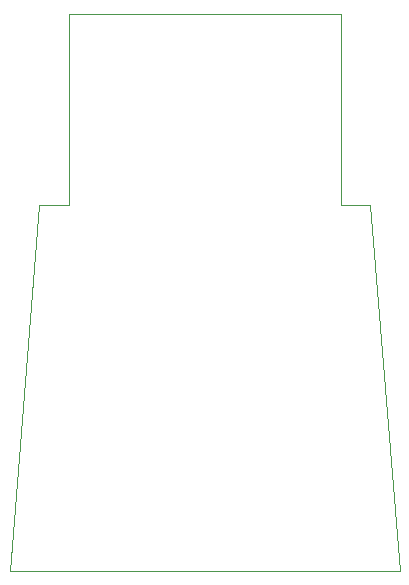
<source format=gbr>
%FSTAX23Y23*%
%MOMM*%
%SFA1B1*%

%IPPOS*%
%ADD49C,0.025400*%
%LNledpcbv2_profile-1*%
%LPD*%
G54D49*
X-16499Y-19249D02*
X-13999Y11749D01*
X-11499*
Y27892*
X11499*
Y11749*
X13999*
X16499Y-19249*
X-16499*
M02*
</source>
